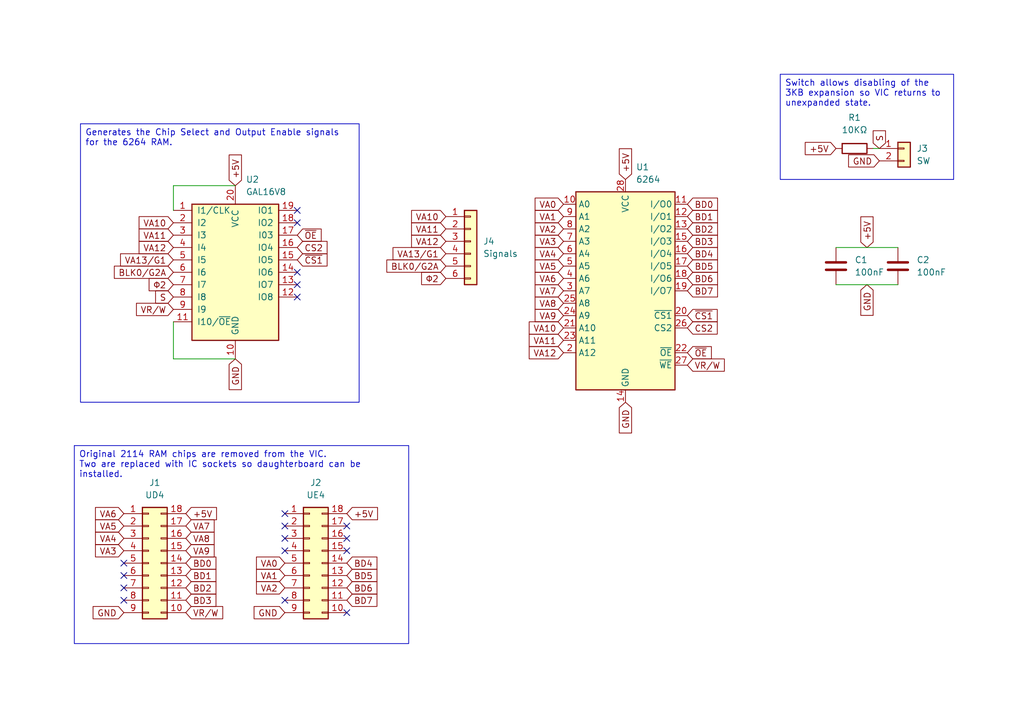
<source format=kicad_sch>
(kicad_sch (version 20250114) (generator "eeschema") (generator_version "9.0")
  (paper "A5")
  (title_block (title "Commodore VIC-20 BLK0 RAM Expansion ") (date "25-Apr-2025") (rev "A") (company "Brett Hallen") (comment 1 "www.youtube.com/@Brfff"))
  (lib_symbols
    (symbol "Connector_Generic:Conn_01x02" (pin_names (offset 1.016) (hide yes))
      (property "Reference" "J" (at 0 2.54 0))
      (property "Value" "Conn_01x02" (at 0 -5.08 0))
      (symbol "Conn_01x02_1_1"
        (rectangle (start -1.27 1.27) (end 1.27 -3.81) (stroke (width 0.254)) (fill (type background)))
        (rectangle (start -1.27 0.127) (end 0 -0.127) (stroke (width 0.1524)))
        (rectangle (start -1.27 -2.413) (end 0 -2.667) (stroke (width 0.1524)))
        (pin passive line (at -5.08 0 0) (length 3.81) (name "Pin_1") (number "1"))
        (pin passive line (at -5.08 -2.54 0) (length 3.81) (name "Pin_2") (number "2"))
      )
    )
    (symbol "Connector_Generic:Conn_01x06" (pin_names (offset 1.016) (hide yes))
      (property "Reference" "J" (at 0 7.62 0))
      (property "Value" "Conn_01x06" (at 0 -10.16 0))
      (symbol "Conn_01x06_1_1"
        (rectangle (start -1.27 6.35) (end 1.27 -8.89) (stroke (width 0.254)) (fill (type background)))
        (rectangle (start -1.27 5.207) (end 0 4.953) (stroke (width 0.1524)))
        (rectangle (start -1.27 2.667) (end 0 2.413) (stroke (width 0.1524)))
        (rectangle (start -1.27 0.127) (end 0 -0.127) (stroke (width 0.1524)))
        (rectangle (start -1.27 -2.413) (end 0 -2.667) (stroke (width 0.1524)))
        (rectangle (start -1.27 -4.953) (end 0 -5.207) (stroke (width 0.1524)))
        (rectangle (start -1.27 -7.493) (end 0 -7.747) (stroke (width 0.1524)))
        (pin passive line (at -5.08 5.08 0) (length 3.81) (name "Pin_1") (number "1"))
        (pin passive line (at -5.08 2.54 0) (length 3.81) (name "Pin_2") (number "2"))
        (pin passive line (at -5.08 0 0) (length 3.81) (name "Pin_3") (number "3"))
        (pin passive line (at -5.08 -2.54 0) (length 3.81) (name "Pin_4") (number "4"))
        (pin passive line (at -5.08 -5.08 0) (length 3.81) (name "Pin_5") (number "5"))
        (pin passive line (at -5.08 -7.62 0) (length 3.81) (name "Pin_6") (number "6"))
      )
    )
    (symbol "Connector_Generic:Conn_02x09_Counter_Clockwise" (pin_names (offset 1.016) (hide yes))
      (property "Reference" "J" (at 1.27 12.7 0))
      (property "Value" "Conn_02x09_Counter_Clockwise" (at 1.27 -12.7 0))
      (symbol "Conn_02x09_Counter_Clockwise_1_1"
        (rectangle (start -1.27 11.43) (end 3.81 -11.43) (stroke (width 0.254)) (fill (type background)))
        (rectangle (start -1.27 10.287) (end 0 10.033) (stroke (width 0.1524)))
        (rectangle (start -1.27 7.747) (end 0 7.493) (stroke (width 0.1524)))
        (rectangle (start -1.27 5.207) (end 0 4.953) (stroke (width 0.1524)))
        (rectangle (start -1.27 2.667) (end 0 2.413) (stroke (width 0.1524)))
        (rectangle (start -1.27 0.127) (end 0 -0.127) (stroke (width 0.1524)))
        (rectangle (start -1.27 -2.413) (end 0 -2.667) (stroke (width 0.1524)))
        (rectangle (start -1.27 -4.953) (end 0 -5.207) (stroke (width 0.1524)))
        (rectangle (start -1.27 -7.493) (end 0 -7.747) (stroke (width 0.1524)))
        (rectangle (start -1.27 -10.033) (end 0 -10.287) (stroke (width 0.1524)))
        (rectangle (start 3.81 10.287) (end 2.54 10.033) (stroke (width 0.1524)))
        (rectangle (start 3.81 7.747) (end 2.54 7.493) (stroke (width 0.1524)))
        (rectangle (start 3.81 5.207) (end 2.54 4.953) (stroke (width 0.1524)))
        (rectangle (start 3.81 2.667) (end 2.54 2.413) (stroke (width 0.1524)))
        (rectangle (start 3.81 0.127) (end 2.54 -0.127) (stroke (width 0.1524)))
        (rectangle (start 3.81 -2.413) (end 2.54 -2.667) (stroke (width 0.1524)))
        (rectangle (start 3.81 -4.953) (end 2.54 -5.207) (stroke (width 0.1524)))
        (rectangle (start 3.81 -7.493) (end 2.54 -7.747) (stroke (width 0.1524)))
        (rectangle (start 3.81 -10.033) (end 2.54 -10.287) (stroke (width 0.1524)))
        (pin passive line (at -5.08 10.16 0) (length 3.81) (name "Pin_1") (number "1"))
        (pin passive line (at -5.08 7.62 0) (length 3.81) (name "Pin_2") (number "2"))
        (pin passive line (at -5.08 5.08 0) (length 3.81) (name "Pin_3") (number "3"))
        (pin passive line (at -5.08 2.54 0) (length 3.81) (name "Pin_4") (number "4"))
        (pin passive line (at -5.08 0 0) (length 3.81) (name "Pin_5") (number "5"))
        (pin passive line (at -5.08 -2.54 0) (length 3.81) (name "Pin_6") (number "6"))
        (pin passive line (at -5.08 -5.08 0) (length 3.81) (name "Pin_7") (number "7"))
        (pin passive line (at -5.08 -7.62 0) (length 3.81) (name "Pin_8") (number "8"))
        (pin passive line (at -5.08 -10.16 0) (length 3.81) (name "Pin_9") (number "9"))
        (pin passive line (at 7.62 10.16 180) (length 3.81) (name "Pin_18") (number "18"))
        (pin passive line (at 7.62 7.62 180) (length 3.81) (name "Pin_17") (number "17"))
        (pin passive line (at 7.62 5.08 180) (length 3.81) (name "Pin_16") (number "16"))
        (pin passive line (at 7.62 2.54 180) (length 3.81) (name "Pin_15") (number "15"))
        (pin passive line (at 7.62 0 180) (length 3.81) (name "Pin_14") (number "14"))
        (pin passive line (at 7.62 -2.54 180) (length 3.81) (name "Pin_13") (number "13"))
        (pin passive line (at 7.62 -5.08 180) (length 3.81) (name "Pin_12") (number "12"))
        (pin passive line (at 7.62 -7.62 180) (length 3.81) (name "Pin_11") (number "11"))
        (pin passive line (at 7.62 -10.16 180) (length 3.81) (name "Pin_10") (number "10"))
      )
    )
    (symbol "Device:C" (pin_numbers (hide yes)) (pin_names (offset 0.254))
      (property "Reference" "C" (at 0.635 2.54 0))
      (property "Value" "C" (at 0.635 -2.54 0))
      (symbol "C_0_1"
        (polyline (pts (xy -2.032 0.762) (xy 2.032 0.762)) (stroke (width 0.508)))
        (polyline (pts (xy -2.032 -0.762) (xy 2.032 -0.762)) (stroke (width 0.508)))
      )
      (symbol "C_1_1"
        (pin passive line (at 0 3.81 270) (length 2.794) (name "~") (number "1"))
        (pin passive line (at 0 -3.81 90) (length 2.794) (name "~") (number "2"))
      )
    )
    (symbol "Device:R" (pin_numbers (hide yes)) (pin_names (offset 0))
      (property "Reference" "R" (at 2.032 0 90))
      (property "Value" "R" (at 0 0 90))
      (symbol "R_0_1"
        (rectangle (start -1.016 -2.54) (end 1.016 2.54) (stroke (width 0.254)))
      )
      (symbol "R_1_1"
        (pin passive line (at 0 3.81 270) (length 1.27) (name "~") (number "1"))
        (pin passive line (at 0 -3.81 90) (length 1.27) (name "~") (number "2"))
      )
    )
    (symbol "Logic_Programmable:GAL16V8" (pin_names (offset 1.016))
      (property "Reference" "U" (at -8.89 16.51 0))
      (property "Value" "GAL16V8" (at 1.27 16.51 0))
      (symbol "GAL16V8_0_0"
        (pin power_in line (at 0 17.78 270) (length 3.81) (name "VCC") (number "20"))
        (pin power_in line (at 0 -17.78 90) (length 3.81) (name "GND") (number "10"))
      )
      (symbol "GAL16V8_0_1"
        (rectangle (start -8.89 13.97) (end 8.89 -13.97) (stroke (width 0.254)) (fill (type background)))
      )
      (symbol "GAL16V8_1_1"
        (pin input line (at -12.7 12.7 0) (length 3.81) (name "I1/CLK") (number "1"))
        (pin input line (at -12.7 10.16 0) (length 3.81) (name "I2") (number "2"))
        (pin input line (at -12.7 7.62 0) (length 3.81) (name "I3") (number "3"))
        (pin input line (at -12.7 5.08 0) (length 3.81) (name "I4") (number "4"))
        (pin input line (at -12.7 2.54 0) (length 3.81) (name "I5") (number "5"))
        (pin input line (at -12.7 0 0) (length 3.81) (name "I6") (number "6"))
        (pin input line (at -12.7 -2.54 0) (length 3.81) (name "I7") (number "7"))
        (pin input line (at -12.7 -5.08 0) (length 3.81) (name "I8") (number "8"))
        (pin input line (at -12.7 -7.62 0) (length 3.81) (name "I9") (number "9"))
        (pin input line (at -12.7 -10.16 0) (length 3.81) (name "I10/~{OE}") (number "11"))
        (pin tri_state line (at 12.7 12.7 180) (length 3.81) (name "IO1") (number "19"))
        (pin tri_state line (at 12.7 10.16 180) (length 3.81) (name "IO2") (number "18"))
        (pin tri_state line (at 12.7 7.62 180) (length 3.81) (name "I03") (number "17"))
        (pin tri_state line (at 12.7 5.08 180) (length 3.81) (name "IO4") (number "16"))
        (pin tri_state line (at 12.7 2.54 180) (length 3.81) (name "IO5") (number "15"))
        (pin tri_state line (at 12.7 0 180) (length 3.81) (name "IO6") (number "14"))
        (pin tri_state line (at 12.7 -2.54 180) (length 3.81) (name "IO7") (number "13"))
        (pin tri_state line (at 12.7 -5.08 180) (length 3.81) (name "IO8") (number "12"))
      )
    )
    (symbol "Memory_RAM:HY6264AxP"
      (property "Reference" "U" (at -10.16 20.955 0))
      (property "Value" "HY6264AxP" (at 2.54 20.955 0))
      (symbol "HY6264AxP_0_0"
        (pin power_in line (at 0 22.86 270) (length 2.54) (name "VCC") (number "28"))
        (pin power_in line (at 0 -22.86 90) (length 2.54) (name "GND") (number "14"))
      )
      (symbol "HY6264AxP_0_1"
        (rectangle (start -10.16 20.32) (end 10.16 -20.32) (stroke (width 0.254)) (fill (type background)))
      )
      (symbol "HY6264AxP_1_1"
        (pin input line (at -12.7 17.78 0) (length 2.54) (name "A0") (number "10"))
        (pin input line (at -12.7 15.24 0) (length 2.54) (name "A1") (number "9"))
        (pin input line (at -12.7 12.7 0) (length 2.54) (name "A2") (number "8"))
        (pin input line (at -12.7 10.16 0) (length 2.54) (name "A3") (number "7"))
        (pin input line (at -12.7 7.62 0) (length 2.54) (name "A4") (number "6"))
        (pin input line (at -12.7 5.08 0) (length 2.54) (name "A5") (number "5"))
        (pin input line (at -12.7 2.54 0) (length 2.54) (name "A6") (number "4"))
        (pin input line (at -12.7 0 0) (length 2.54) (name "A7") (number "3"))
        (pin input line (at -12.7 -2.54 0) (length 2.54) (name "A8") (number "25"))
        (pin input line (at -12.7 -5.08 0) (length 2.54) (name "A9") (number "24"))
        (pin input line (at -12.7 -7.62 0) (length 2.54) (name "A10") (number "21"))
        (pin input line (at -12.7 -10.16 0) (length 2.54) (name "A11") (number "23"))
        (pin input line (at -12.7 -12.7 0) (length 2.54) (name "A12") (number "2"))
        (pin no_connect line (at 0 0 0) (length 2.54) (hide yes) (name "NC") (number "1"))
        (pin tri_state line (at 12.7 17.78 180) (length 2.54) (name "I/O0") (number "11"))
        (pin tri_state line (at 12.7 15.24 180) (length 2.54) (name "I/O1") (number "12"))
        (pin tri_state line (at 12.7 12.7 180) (length 2.54) (name "I/O2") (number "13"))
        (pin tri_state line (at 12.7 10.16 180) (length 2.54) (name "I/O3") (number "15"))
        (pin tri_state line (at 12.7 7.62 180) (length 2.54) (name "I/O4") (number "16"))
        (pin tri_state line (at 12.7 5.08 180) (length 2.54) (name "I/O5") (number "17"))
        (pin tri_state line (at 12.7 2.54 180) (length 2.54) (name "I/O6") (number "18"))
        (pin tri_state line (at 12.7 0 180) (length 2.54) (name "I/O7") (number "19"))
        (pin input line (at 12.7 -5.08 180) (length 2.54) (name "~{CS1}") (number "20"))
        (pin input line (at 12.7 -7.62 180) (length 2.54) (name "CS2") (number "26"))
        (pin input line (at 12.7 -12.7 180) (length 2.54) (name "~{OE}") (number "22"))
        (pin input line (at 12.7 -15.24 180) (length 2.54) (name "~{WE}") (number "27"))
      )
    )
  )
  (text_box "Generates the Chip Select and Output Enable signals for the 6264 RAM." (at 16.51 25.4 0) (size 57.15 57.15) (margins 0.9525 0.9525 0.9525 0.9525) (effects (font (size 1.27 1.27)) (justify left top)))
  (text_box "Switch allows disabling of the 3KB expansion so VIC returns to unexpanded state." (at 160.02 15.24 0) (size 35.56 21.59) (margins 0.9525 0.9525 0.9525 0.9525) (effects (font (size 1.27 1.27)) (justify left top)))
  (text_box "Original 2114 RAM chips are removed from the VIC.\nTwo are replaced with IC sockets so daughterboard can be installed." (at 15.24 91.44 0) (size 68.58 40.64) (margins 0.9525 0.9525 0.9525 0.9525) (effects (font (size 1.27 1.27)) (justify left top)))
  (no_connect (at 58.42 107.95))
  (no_connect (at 60.96 45.72))
  (no_connect (at 71.12 110.49))
  (no_connect (at 60.96 60.96))
  (no_connect (at 60.96 55.88))
  (no_connect (at 25.4 118.11))
  (no_connect (at 25.4 120.65))
  (no_connect (at 60.96 58.42))
  (no_connect (at 71.12 125.73))
  (no_connect (at 25.4 123.19))
  (no_connect (at 58.42 110.49))
  (no_connect (at 71.12 107.95))
  (no_connect (at 58.42 123.19))
  (no_connect (at 25.4 115.57))
  (no_connect (at 58.42 105.41))
  (no_connect (at 71.12 113.03))
  (no_connect (at 60.96 43.18))
  (no_connect (at 58.42 113.03))
  (wire (pts (xy 171.45 58.42) (xy 184.15 58.42)))
  (wire (pts (xy 35.56 73.66) (xy 35.56 66.04)))
  (wire (pts (xy 48.26 73.66) (xy 35.56 73.66)))
  (wire (pts (xy 179.07 30.48) (xy 180.34 30.48)))
  (wire (pts (xy 35.56 38.1) (xy 35.56 43.18)))
  (wire (pts (xy 171.45 50.8) (xy 184.15 50.8)))
  (wire (pts (xy 48.26 38.1) (xy 35.56 38.1)))
  (global_label "VA10" (shape input) (at 115.57 67.31 180) (property "Intersheetrefs" "${INTERSHEET_REFS}" (effects (hide yes))))
  (global_label "~{CS1}" (shape input) (at 140.97 64.77 0) (property "Intersheetrefs" "${INTERSHEET_REFS}" (effects (hide yes))))
  (global_label "VA4" (shape input) (at 25.4 110.49 180) (property "Intersheetrefs" "${INTERSHEET_REFS}" (effects (hide yes))))
  (global_label "+5V" (shape input) (at 177.8 50.8 90) (property "Intersheetrefs" "${INTERSHEET_REFS}" (effects (hide yes))))
  (global_label "VR{slash}W" (shape input) (at 140.97 74.93 0) (property "Intersheetrefs" "${INTERSHEET_REFS}" (effects (hide yes))))
  (global_label "VR{slash}W" (shape input) (at 38.1 125.73 0) (property "Intersheetrefs" "${INTERSHEET_REFS}" (effects (hide yes))))
  (global_label "VA7" (shape input) (at 38.1 107.95 0) (property "Intersheetrefs" "${INTERSHEET_REFS}" (effects (hide yes))))
  (global_label "VA11" (shape input) (at 115.57 69.85 180) (property "Intersheetrefs" "${INTERSHEET_REFS}" (effects (hide yes))))
  (global_label "BD2" (shape input) (at 140.97 46.99 0) (property "Intersheetrefs" "${INTERSHEET_REFS}" (effects (hide yes))))
  (global_label "VA5" (shape input) (at 25.4 107.95 180) (property "Intersheetrefs" "${INTERSHEET_REFS}" (effects (hide yes))))
  (global_label "VA8" (shape input) (at 115.57 62.23 180) (property "Intersheetrefs" "${INTERSHEET_REFS}" (effects (hide yes))))
  (global_label "BD0" (shape input) (at 38.1 115.57 0) (property "Intersheetrefs" "${INTERSHEET_REFS}" (effects (hide yes))))
  (global_label "VA3" (shape input) (at 115.57 49.53 180) (property "Intersheetrefs" "${INTERSHEET_REFS}" (effects (hide yes))))
  (global_label "BD1" (shape input) (at 38.1 118.11 0) (property "Intersheetrefs" "${INTERSHEET_REFS}" (effects (hide yes))))
  (global_label "VA11" (shape input) (at 91.44 46.99 180) (property "Intersheetrefs" "${INTERSHEET_REFS}" (effects (hide yes))))
  (global_label "CS2" (shape input) (at 60.96 50.8 0) (property "Intersheetrefs" "${INTERSHEET_REFS}" (effects (hide yes))))
  (global_label "~{CS1}" (shape input) (at 60.96 53.34 0) (property "Intersheetrefs" "${INTERSHEET_REFS}" (effects (hide yes))))
  (global_label "VA5" (shape input) (at 115.57 54.61 180) (property "Intersheetrefs" "${INTERSHEET_REFS}" (effects (hide yes))))
  (global_label "BD6" (shape input) (at 140.97 57.15 0) (property "Intersheetrefs" "${INTERSHEET_REFS}" (effects (hide yes))))
  (global_label "+5V" (shape input) (at 71.12 105.41 0) (property "Intersheetrefs" "${INTERSHEET_REFS}" (effects (hide yes))))
  (global_label "VA1" (shape input) (at 115.57 44.45 180) (property "Intersheetrefs" "${INTERSHEET_REFS}" (effects (hide yes))))
  (global_label "BD4" (shape input) (at 71.12 115.57 0) (property "Intersheetrefs" "${INTERSHEET_REFS}" (effects (hide yes))))
  (global_label "VA13{slash}G1" (shape input) (at 35.56 53.34 180) (property "Intersheetrefs" "${INTERSHEET_REFS}" (effects (hide yes))))
  (global_label "BD5" (shape input) (at 71.12 118.11 0) (property "Intersheetrefs" "${INTERSHEET_REFS}" (effects (hide yes))))
  (global_label "+5V" (shape input) (at 48.26 38.1 90) (property "Intersheetrefs" "${INTERSHEET_REFS}" (effects (hide yes))))
  (global_label "VA2" (shape input) (at 58.42 120.65 180) (property "Intersheetrefs" "${INTERSHEET_REFS}" (effects (hide yes))))
  (global_label "VA9" (shape input) (at 38.1 113.03 0) (property "Intersheetrefs" "${INTERSHEET_REFS}" (effects (hide yes))))
  (global_label "VA13{slash}G1" (shape input) (at 91.44 52.07 180) (property "Intersheetrefs" "${INTERSHEET_REFS}" (effects (hide yes))))
  (global_label "VA6" (shape input) (at 25.4 105.41 180) (property "Intersheetrefs" "${INTERSHEET_REFS}" (effects (hide yes))))
  (global_label "VA12" (shape input) (at 91.44 49.53 180) (property "Intersheetrefs" "${INTERSHEET_REFS}" (effects (hide yes))))
  (global_label "GND" (shape input) (at 177.8 58.42 270) (property "Intersheetrefs" "${INTERSHEET_REFS}" (effects (hide yes))))
  (global_label "VA0" (shape input) (at 115.57 41.91 180) (property "Intersheetrefs" "${INTERSHEET_REFS}" (effects (hide yes))))
  (global_label "VA3" (shape input) (at 25.4 113.03 180) (property "Intersheetrefs" "${INTERSHEET_REFS}" (effects (hide yes))))
  (global_label "+5V" (shape input) (at 171.45 30.48 180) (property "Intersheetrefs" "${INTERSHEET_REFS}" (effects (hide yes))))
  (global_label "VA7" (shape input) (at 115.57 59.69 180) (property "Intersheetrefs" "${INTERSHEET_REFS}" (effects (hide yes))))
  (global_label "+5V" (shape input) (at 128.27 36.83 90) (property "Intersheetrefs" "${INTERSHEET_REFS}" (effects (hide yes))))
  (global_label "VA12" (shape input) (at 115.57 72.39 180) (property "Intersheetrefs" "${INTERSHEET_REFS}" (effects (hide yes))))
  (global_label "VR{slash}W" (shape input) (at 35.56 63.5 180) (property "Intersheetrefs" "${INTERSHEET_REFS}" (effects (hide yes))))
  (global_label "VA12" (shape input) (at 35.56 50.8 180) (property "Intersheetrefs" "${INTERSHEET_REFS}" (effects (hide yes))))
  (global_label "BD7" (shape input) (at 71.12 123.19 0) (property "Intersheetrefs" "${INTERSHEET_REFS}" (effects (hide yes))))
  (global_label "GND" (shape input) (at 58.42 125.73 180) (property "Intersheetrefs" "${INTERSHEET_REFS}" (effects (hide yes))))
  (global_label "VA6" (shape input) (at 115.57 57.15 180) (property "Intersheetrefs" "${INTERSHEET_REFS}" (effects (hide yes))))
  (global_label "GND" (shape input) (at 48.26 73.66 270) (property "Intersheetrefs" "${INTERSHEET_REFS}" (effects (hide yes))))
  (global_label "BD6" (shape input) (at 71.12 120.65 0) (property "Intersheetrefs" "${INTERSHEET_REFS}" (effects (hide yes))))
  (global_label "Φ2" (shape input) (at 91.44 57.15 180) (property "Intersheetrefs" "${INTERSHEET_REFS}" (effects (hide yes))))
  (global_label "~{ΟΕ}" (shape input) (at 60.96 48.26 0) (property "Intersheetrefs" "${INTERSHEET_REFS}" (effects (hide yes))))
  (global_label "VA9" (shape input) (at 115.57 64.77 180) (property "Intersheetrefs" "${INTERSHEET_REFS}" (effects (hide yes))))
  (global_label "BD4" (shape input) (at 140.97 52.07 0) (property "Intersheetrefs" "${INTERSHEET_REFS}" (effects (hide yes))))
  (global_label "BD3" (shape input) (at 140.97 49.53 0) (property "Intersheetrefs" "${INTERSHEET_REFS}" (effects (hide yes))))
  (global_label "VA10" (shape input) (at 91.44 44.45 180) (property "Intersheetrefs" "${INTERSHEET_REFS}" (effects (hide yes))))
  (global_label "VA4" (shape input) (at 115.57 52.07 180) (property "Intersheetrefs" "${INTERSHEET_REFS}" (effects (hide yes))))
  (global_label "BLK0{slash}G2A" (shape input) (at 35.56 55.88 180) (property "Intersheetrefs" "${INTERSHEET_REFS}" (effects (hide yes))))
  (global_label "VA10" (shape input) (at 35.56 45.72 180) (property "Intersheetrefs" "${INTERSHEET_REFS}" (effects (hide yes))))
  (global_label "BD5" (shape input) (at 140.97 54.61 0) (property "Intersheetrefs" "${INTERSHEET_REFS}" (effects (hide yes))))
  (global_label "BLK0{slash}G2A" (shape input) (at 91.44 54.61 180) (property "Intersheetrefs" "${INTERSHEET_REFS}" (effects (hide yes))))
  (global_label "GND" (shape input) (at 128.27 82.55 270) (property "Intersheetrefs" "${INTERSHEET_REFS}" (effects (hide yes))))
  (global_label "BD2" (shape input) (at 38.1 120.65 0) (property "Intersheetrefs" "${INTERSHEET_REFS}" (effects (hide yes))))
  (global_label "S" (shape input) (at 180.34 30.48 90) (property "Intersheetrefs" "${INTERSHEET_REFS}" (effects (hide yes))))
  (global_label "GND" (shape input) (at 25.4 125.73 180) (property "Intersheetrefs" "${INTERSHEET_REFS}" (effects (hide yes))))
  (global_label "BD7" (shape input) (at 140.97 59.69 0) (property "Intersheetrefs" "${INTERSHEET_REFS}" (effects (hide yes))))
  (global_label "BD3" (shape input) (at 38.1 123.19 0) (property "Intersheetrefs" "${INTERSHEET_REFS}" (effects (hide yes))))
  (global_label "CS2" (shape input) (at 140.97 67.31 0) (property "Intersheetrefs" "${INTERSHEET_REFS}" (effects (hide yes))))
  (global_label "Φ2" (shape input) (at 35.56 58.42 180) (property "Intersheetrefs" "${INTERSHEET_REFS}" (effects (hide yes))))
  (global_label "VA11" (shape input) (at 35.56 48.26 180) (property "Intersheetrefs" "${INTERSHEET_REFS}" (effects (hide yes))))
  (global_label "BD0" (shape input) (at 140.97 41.91 0) (property "Intersheetrefs" "${INTERSHEET_REFS}" (effects (hide yes))))
  (global_label "GND" (shape input) (at 180.34 33.02 180) (property "Intersheetrefs" "${INTERSHEET_REFS}" (effects (hide yes))))
  (global_label "VA8" (shape input) (at 38.1 110.49 0) (property "Intersheetrefs" "${INTERSHEET_REFS}" (effects (hide yes))))
  (global_label "BD1" (shape input) (at 140.97 44.45 0) (property "Intersheetrefs" "${INTERSHEET_REFS}" (effects (hide yes))))
  (global_label "+5V" (shape input) (at 38.1 105.41 0) (property "Intersheetrefs" "${INTERSHEET_REFS}" (effects (hide yes))))
  (global_label "VA0" (shape input) (at 58.42 115.57 180) (property "Intersheetrefs" "${INTERSHEET_REFS}" (effects (hide yes))))
  (global_label "S" (shape input) (at 35.56 60.96 180) (property "Intersheetrefs" "${INTERSHEET_REFS}" (effects (hide yes))))
  (global_label "~{ΟΕ}" (shape input) (at 140.97 72.39 0) (property "Intersheetrefs" "${INTERSHEET_REFS}" (effects (hide yes))))
  (global_label "VA1" (shape input) (at 58.42 118.11 180) (property "Intersheetrefs" "${INTERSHEET_REFS}" (effects (hide yes))))
  (global_label "VA2" (shape input) (at 115.57 46.99 180) (property "Intersheetrefs" "${INTERSHEET_REFS}" (effects (hide yes))))
  (symbol (lib_id "Logic_Programmable:GAL16V8") (at 48.26 55.88 0) (unit 1)
    (property "Reference" "U2" (at 50.4033 36.83 0) (effects (justify left)))
    (property "Value" "GAL16V8" (at 50.4033 39.37 0) (effects (justify left)))
    (property "Footprint" "Package_DIP:DIP-20_W7.62mm_Socket" (effects (hide yes)))
    (property "Description" "Programmable Logic Array, DIP-20/SOIC-20/PLCC-20" (effects (hide yes)))
  )
  (symbol (lib_id "Connector_Generic:Conn_01x02") (at 185.42 30.48 0) (unit 1)
    (property "Reference" "J3" (at 187.96 30.4799 0) (effects (justify left)))
    (property "Value" "SW" (at 187.96 33.0199 0) (effects (justify left)))
    (property "Footprint" "Connector_PinHeader_2.54mm:PinHeader_1x02_P2.54mm_Vertical" (effects (hide yes)))
    (property "Description" "Generic connector, single row, 01x02, script generated (kicad-library-utils/schlib/autogen/connector/)" (effects (hide yes)))
  )
  (symbol (lib_id "Connector_Generic:Conn_02x09_Counter_Clockwise") (at 30.48 115.57 0) (unit 1)
    (property "Reference" "J1" (at 31.75 99.06 0))
    (property "Value" "UD4" (at 31.75 101.6 0))
    (property "Footprint" "Package_DIP:DIP-18_W7.62mm" (effects (hide yes)))
    (property "Description" "Generic connector, double row, 02x09, counter clockwise pin numbering scheme (similar to DIP package numbering), script generated (kicad-library-utils/schlib/autogen/connector/)" (effects (hide yes)))
  )
  (symbol (lib_id "Connector_Generic:Conn_01x06") (at 96.52 49.53 0) (unit 1)
    (property "Reference" "J4" (at 99.06 49.5299 0) (effects (justify left)))
    (property "Value" "Signals" (at 99.06 52.0699 0) (effects (justify left)))
    (property "Footprint" "Connector_PinHeader_2.54mm:PinHeader_1x06_P2.54mm_Vertical" (effects (hide yes)))
    (property "Description" "Generic connector, single row, 01x06, script generated (kicad-library-utils/schlib/autogen/connector/)" (effects (hide yes)))
  )
  (symbol (lib_id "Connector_Generic:Conn_02x09_Counter_Clockwise") (at 63.5 115.57 0) (unit 1)
    (property "Reference" "J2" (at 64.77 99.06 0))
    (property "Value" "UE4" (at 64.77 101.6 0))
    (property "Footprint" "Package_DIP:DIP-18_W7.62mm" (effects (hide yes)))
    (property "Description" "Generic connector, double row, 02x09, counter clockwise pin numbering scheme (similar to DIP package numbering), script generated (kicad-library-utils/schlib/autogen/connector/)" (effects (hide yes)))
  )
  (symbol (lib_id "Device:C") (at 171.45 54.61 0) (unit 1)
    (property "Reference" "C1" (at 175.26 53.3399 0) (effects (justify left)))
    (property "Value" "100nF" (at 175.26 55.8799 0) (effects (justify left)))
    (property "Footprint" "Capacitor_THT:C_Disc_D3.0mm_W2.0mm_P2.50mm" (effects (hide yes)))
    (property "Description" "Unpolarized capacitor" (effects (hide yes)))
  )
  (symbol (lib_id "Device:C") (at 184.15 54.61 0) (unit 1)
    (property "Reference" "C2" (at 187.96 53.3399 0) (effects (justify left)))
    (property "Value" "100nF" (at 187.96 55.8799 0) (effects (justify left)))
    (property "Footprint" "Capacitor_THT:C_Disc_D3.0mm_W2.0mm_P2.50mm" (effects (hide yes)))
    (property "Description" "Unpolarized capacitor" (effects (hide yes)))
  )
  (symbol (lib_id "Memory_RAM:HY6264AxP") (at 128.27 59.69 0) (unit 1)
    (property "Reference" "U1" (at 130.4133 34.29 0) (effects (justify left)))
    (property "Value" "6264" (at 130.4133 36.83 0) (effects (justify left)))
    (property "Footprint" "Package_DIP:DIP-28_W15.24mm_Socket" (effects (hide yes)))
    (property "Datasheet" "https://www.farnell.com/datasheets/2159.pdf" (effects (hide yes)))
    (property "Description" "Not in Production, 8Kx8 bit Static RAM, 70/85/100/120/150ns, DIP-28" (effects (hide yes)))
  )
  (symbol (lib_id "Device:R") (at 175.26 30.48 90) (unit 1)
    (property "Reference" "R1" (at 175.26 24.13 90))
    (property "Value" "10KΩ" (at 175.26 26.67 90))
    (property "Footprint" "Resistor_THT:R_Axial_DIN0207_L6.3mm_D2.5mm_P7.62mm_Horizontal" (effects (hide yes)))
    (property "Description" "Resistor" (effects (hide yes)))
  )
)
</source>
